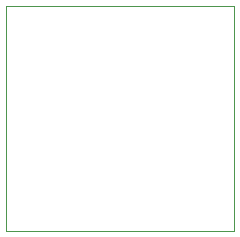
<source format=gbr>
G04 #@! TF.GenerationSoftware,KiCad,Pcbnew,(5.1.5)-3*
G04 #@! TF.CreationDate,2020-12-21T12:58:05+01:00*
G04 #@! TF.ProjectId,epimetheus_max30102,6570696d-6574-4686-9575-735f6d617833,rev?*
G04 #@! TF.SameCoordinates,Original*
G04 #@! TF.FileFunction,Profile,NP*
%FSLAX46Y46*%
G04 Gerber Fmt 4.6, Leading zero omitted, Abs format (unit mm)*
G04 Created by KiCad (PCBNEW (5.1.5)-3) date 2020-12-21 12:58:05*
%MOMM*%
%LPD*%
G04 APERTURE LIST*
%ADD10C,0.050000*%
G04 APERTURE END LIST*
D10*
X181102000Y-40386000D02*
X181102000Y-21336000D01*
X161798000Y-40386000D02*
X181102000Y-40386000D01*
X161798000Y-21336000D02*
X161798000Y-40386000D01*
X181102000Y-21336000D02*
X161798000Y-21336000D01*
M02*

</source>
